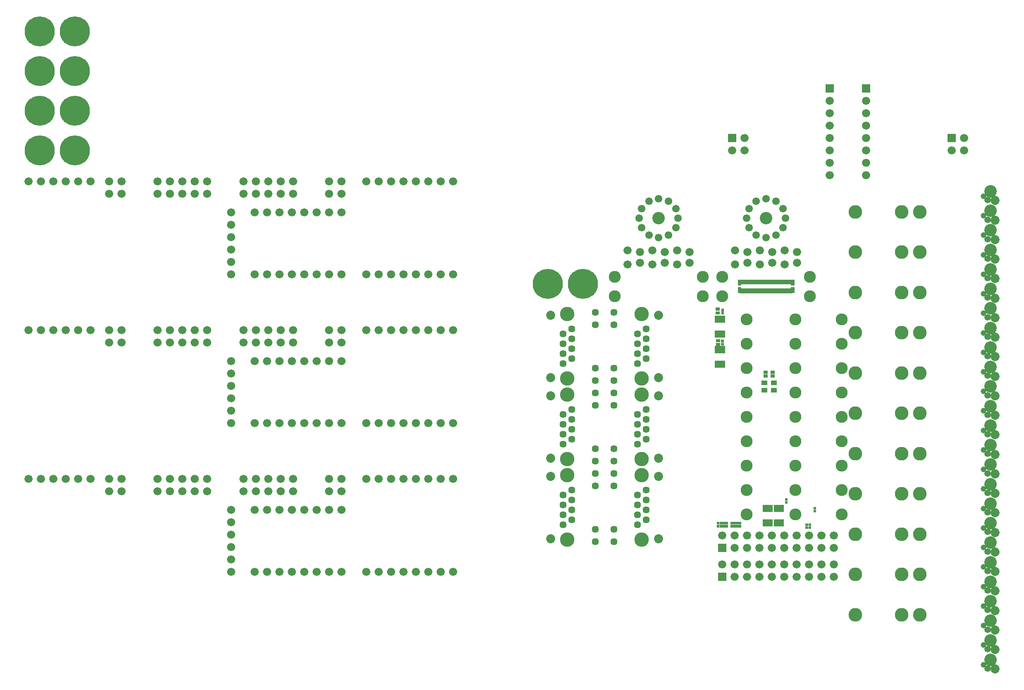
<source format=gbr>
G04 start of page 11 for group -4063 idx -4063 *
G04 Title: (unknown), componentmask *
G04 Creator: pcb 4.2.0 *
G04 CreationDate: Thu Sep 17 08:18:29 2020 UTC *
G04 For: commonadmin *
G04 Format: Gerber/RS-274X *
G04 PCB-Dimensions (mil): 24000.00 18000.00 *
G04 PCB-Coordinate-Origin: lower left *
%MOIN*%
%FSLAX25Y25*%
%LNTOPMASK*%
%ADD235C,0.0611*%
%ADD234C,0.0960*%
%ADD233C,0.2422*%
%ADD232C,0.0572*%
%ADD231C,0.1162*%
%ADD230C,0.0966*%
%ADD229C,0.0660*%
%ADD228C,0.0001*%
%ADD227C,0.1103*%
%ADD226C,0.0532*%
%ADD225C,0.0729*%
%ADD224C,0.0454*%
%ADD223C,0.1005*%
G54D223*X791339Y229134D03*
G54D224*X785433Y225197D03*
G54D225*X794882Y221654D03*
G54D226*X788976Y222047D03*
G54D223*X791339Y370866D03*
G54D225*X794882Y363386D03*
G54D226*X788976Y363780D03*
G54D224*X785433Y366929D03*
G54D223*X791339Y355118D03*
G54D225*X794882Y347638D03*
G54D226*X788976Y348031D03*
G54D223*X791339Y339370D03*
G54D225*X794882Y331890D03*
G54D226*X788976Y332283D03*
G54D224*X785433Y335433D03*
Y351181D03*
G54D223*X791339Y323622D03*
G54D224*X785433Y319685D03*
G54D225*X794882Y316142D03*
G54D226*X788976Y316535D03*
G54D223*X791339Y307874D03*
G54D225*X794882Y300394D03*
G54D226*X788976Y300787D03*
G54D224*X785433Y303937D03*
G54D223*X791339Y292126D03*
G54D227*X734252Y330453D03*
X719488D03*
X734252Y297953D03*
X719488D03*
Y265453D03*
G54D225*X794882Y284646D03*
G54D226*X788976Y285039D03*
G54D223*X791339Y276378D03*
G54D224*X785433Y272441D03*
Y288189D03*
G54D225*X794882Y268898D03*
G54D226*X788976Y269291D03*
G54D223*X791339Y260630D03*
G54D225*X794882Y253150D03*
G54D226*X788976Y253543D03*
G54D224*X785433Y256693D03*
G54D223*X791339Y244882D03*
G54D225*X794882Y237402D03*
G54D226*X788976Y237795D03*
G54D224*X785433Y240945D03*
G54D223*X791339Y607087D03*
G54D225*X794882Y599606D03*
G54D226*X788976Y600000D03*
G54D224*X785433Y603150D03*
G54D223*X791339Y591339D03*
G54D225*X794882Y583858D03*
G54D226*X788976Y584252D03*
G54D224*X785433Y587402D03*
G54D223*X791339Y465354D03*
G54D225*X794882Y457874D03*
G54D226*X788976Y458268D03*
G54D224*X785433Y461417D03*
G54D223*X791339Y449606D03*
G54D225*X794882Y442126D03*
G54D226*X788976Y442520D03*
G54D224*X785433Y445669D03*
G54D223*X791339Y481102D03*
G54D225*X794882Y473622D03*
G54D226*X788976Y474016D03*
G54D224*X785433Y477165D03*
G54D223*X791339Y496850D03*
G54D225*X794882Y489370D03*
G54D226*X788976Y489764D03*
G54D224*X785433Y492913D03*
G54D223*X791339Y512598D03*
Y528346D03*
G54D225*X794882Y520866D03*
G54D226*X788976Y521260D03*
G54D224*X785433Y524409D03*
G54D225*X794882Y505118D03*
G54D226*X788976Y505512D03*
G54D224*X785433Y508661D03*
G54D223*X791339Y575591D03*
G54D225*X794882Y568110D03*
G54D223*X791339Y559843D03*
G54D224*X785433Y555906D03*
G54D226*X788976Y568504D03*
G54D224*X785433Y571654D03*
G54D225*X794882Y552362D03*
G54D226*X788976Y552756D03*
G54D223*X791339Y544094D03*
G54D225*X794882Y536614D03*
G54D226*X788976Y537008D03*
G54D224*X785433Y540157D03*
G54D223*X791339Y433858D03*
G54D225*X794882Y426378D03*
G54D226*X788976Y426772D03*
G54D224*X785433Y429921D03*
Y414173D03*
G54D223*X791339Y418110D03*
G54D225*X794882Y410630D03*
G54D226*X788976Y411024D03*
G54D223*X791339Y402362D03*
G54D225*X794882Y394882D03*
G54D226*X788976Y395276D03*
G54D223*X791339Y386614D03*
G54D225*X794882Y379134D03*
G54D226*X788976Y379528D03*
G54D224*X785433Y382677D03*
Y398425D03*
G54D227*X734252Y395453D03*
Y427953D03*
Y460453D03*
Y492953D03*
Y525453D03*
Y557953D03*
Y590453D03*
Y265453D03*
Y362953D03*
X719488D03*
Y395453D03*
Y427953D03*
Y460453D03*
Y492953D03*
Y525453D03*
Y557953D03*
Y590453D03*
G54D228*G36*
X756700Y653300D02*Y646700D01*
X763300D01*
Y653300D01*
X756700D01*
G37*
G54D229*X770000Y650000D03*
X760000Y640000D03*
X770000D03*
G54D230*X633858Y484055D03*
Y464370D03*
Y444685D03*
Y425000D03*
Y405315D03*
Y385630D03*
Y365945D03*
G54D227*X682087Y363031D03*
G54D230*X671260Y365945D03*
Y346260D03*
G54D227*X682087Y395531D03*
Y428031D03*
Y460531D03*
G54D230*X671260Y503740D03*
Y484055D03*
Y464370D03*
Y444685D03*
Y425000D03*
Y405315D03*
Y385630D03*
X633858Y346260D03*
X594488Y444685D03*
Y425000D03*
Y405315D03*
Y385630D03*
Y365945D03*
Y346260D03*
G54D227*X682087Y330531D03*
Y298031D03*
Y265531D03*
G54D229*X615000Y296000D03*
X625000D03*
X635000D03*
X645000D03*
X655000D03*
X665000D03*
X635000Y306000D03*
X645000D03*
X655000D03*
X665000D03*
X615000Y319500D03*
Y329500D03*
X625000D03*
X635000D03*
X645000D03*
X655000D03*
X665000D03*
X625000Y319500D03*
X635000D03*
X645000D03*
X655000D03*
X665000D03*
G54D228*G36*
X687700Y693300D02*Y686700D01*
X694300D01*
Y693300D01*
X687700D01*
G37*
G54D229*X691000Y680000D03*
Y670000D03*
Y660000D03*
Y650000D03*
Y640000D03*
Y630000D03*
Y620000D03*
G54D228*G36*
X658200Y693300D02*Y686700D01*
X664800D01*
Y693300D01*
X658200D01*
G37*
G54D229*X661500Y680000D03*
Y670000D03*
Y660000D03*
Y650000D03*
Y640000D03*
Y630000D03*
Y620000D03*
G54D228*G36*
X579700Y653300D02*Y646700D01*
X586300D01*
Y653300D01*
X579700D01*
G37*
G54D229*X583000Y640000D03*
X593000D03*
Y650000D03*
G54D230*X594488Y503740D03*
Y484055D03*
Y464370D03*
G54D228*G36*
X571700Y299300D02*Y292700D01*
X578300D01*
Y299300D01*
X571700D01*
G37*
G54D229*X585000Y296000D03*
X595000D03*
X605000D03*
Y319500D03*
Y329500D03*
Y306000D03*
X615000D03*
X625000D03*
X575000D03*
X585000D03*
X595000D03*
G54D228*G36*
X571700Y322800D02*Y316200D01*
X578300D01*
Y322800D01*
X571700D01*
G37*
G54D229*X585000Y319500D03*
X595000D03*
X575000Y329500D03*
X585000D03*
X595000D03*
G54D225*X523504Y456787D03*
Y507181D03*
Y442181D03*
G54D231*X510000Y507969D03*
G54D232*X487520Y509543D03*
Y499504D03*
G54D231*X510000Y456000D03*
Y442969D03*
G54D232*X513543Y479976D03*
Y488008D03*
Y496039D03*
X506457Y483992D03*
Y492024D03*
Y475961D03*
X513543Y471945D03*
X487520Y464465D03*
Y454425D03*
X506457Y467929D03*
X487520Y444543D03*
X472480Y454425D03*
Y464465D03*
Y434504D03*
Y444543D03*
Y499504D03*
Y509543D03*
G54D225*X436496Y507181D03*
G54D231*X450000Y507969D03*
G54D232*X446457Y483992D03*
X453543Y479976D03*
Y488008D03*
X446457Y492024D03*
X453543Y496039D03*
G54D233*X434252Y532283D03*
X462598D03*
G54D232*X446457Y475961D03*
X453543Y471945D03*
G54D225*X436496Y456787D03*
G54D231*X450000Y456000D03*
G54D232*X446457Y467929D03*
G54D225*X436496Y442181D03*
G54D231*X450000Y442969D03*
G54D234*X488189Y522441D03*
Y538189D03*
G54D229*X498610Y547930D03*
Y559430D03*
X508610Y557930D03*
Y549430D03*
X518610Y547930D03*
G54D232*X506457Y362024D03*
X487520Y379543D03*
Y369504D03*
Y399465D03*
Y389425D03*
X513543Y414976D03*
Y406945D03*
Y423008D03*
Y431039D03*
X487520Y434504D03*
X506457Y418992D03*
Y427024D03*
Y410961D03*
Y402929D03*
G54D225*X523504Y377181D03*
G54D231*X510000Y377969D03*
G54D232*X513543Y349976D03*
Y358008D03*
Y366039D03*
Y341945D03*
X506457Y353992D03*
Y345961D03*
Y337929D03*
G54D225*X523504Y391787D03*
G54D231*X510000Y391000D03*
G54D232*X487520Y334465D03*
Y324425D03*
G54D225*X523504Y326787D03*
G54D231*X510000Y326000D03*
G54D232*X453543Y341945D03*
G54D225*X436496Y326787D03*
G54D231*X450000Y326000D03*
G54D232*X472480Y324425D03*
Y334465D03*
Y369504D03*
Y379543D03*
Y389425D03*
Y399465D03*
X446457Y345961D03*
Y418992D03*
Y427024D03*
Y410961D03*
Y402929D03*
Y337929D03*
X453543Y349976D03*
Y414976D03*
Y406945D03*
Y423008D03*
Y431039D03*
G54D225*X436496Y377181D03*
G54D231*X450000Y377969D03*
G54D232*X446457Y353992D03*
Y362024D03*
X453543Y358008D03*
Y366039D03*
G54D225*X436496Y391787D03*
G54D231*X450000Y391000D03*
G54D223*X523622Y585433D03*
G54D235*Y601181D03*
X507874Y585433D03*
X515748Y599016D03*
X509843Y593110D03*
X523622Y569685D03*
X539370Y585433D03*
X531496Y571850D03*
X537402Y577756D03*
X531496Y599016D03*
X515748Y571850D03*
G54D229*X518610Y559430D03*
G54D235*X509843Y577756D03*
X537402Y593110D03*
G54D234*X559055Y538189D03*
Y522441D03*
G54D229*X538610Y547930D03*
X548610Y549430D03*
Y557930D03*
X528610Y549430D03*
Y557930D03*
X538610Y559430D03*
G54D234*X574803Y522441D03*
Y538189D03*
G54D229*X585232Y547933D03*
Y559433D03*
G54D234*X645669Y538189D03*
Y522441D03*
G54D229*X635232Y549433D03*
Y557933D03*
G54D230*X633858Y503740D03*
G54D223*X610236Y585433D03*
G54D235*Y601181D03*
X594488Y585433D03*
X602362Y599016D03*
X596457Y593110D03*
X610236Y569685D03*
X625984Y585433D03*
X618110Y571850D03*
X624016Y577756D03*
G54D229*X625232Y559433D03*
G54D235*X618110Y599016D03*
X624016Y593110D03*
X602362Y571850D03*
X596457Y577756D03*
G54D229*X595232Y557933D03*
X605232Y559433D03*
X615232Y557933D03*
X595232Y549433D03*
X605232Y547933D03*
X615232Y549433D03*
X625232Y547933D03*
G54D227*X682087Y493031D03*
Y525531D03*
Y558031D03*
Y590531D03*
G54D233*X24654Y736000D03*
X53000D03*
X24654Y704000D03*
Y672000D03*
Y640000D03*
G54D229*X15500Y615000D03*
X25500D03*
X35500D03*
G54D233*X53000Y704000D03*
Y672000D03*
Y640000D03*
G54D229*X45500Y615000D03*
X55500D03*
X65500D03*
X80500D03*
Y605000D03*
X90500D03*
Y615000D03*
X119500Y605000D03*
Y615000D03*
X129500Y605000D03*
Y615000D03*
X139500Y605000D03*
Y615000D03*
X149500D03*
X159500D03*
X149500Y605000D03*
X159500D03*
X189000D03*
X199000D03*
X209000D03*
X219000D03*
X189000Y615000D03*
X199000D03*
X209000D03*
X219000D03*
X228000Y590000D03*
X218000D03*
X208000D03*
X198000D03*
X179000D03*
X229000Y605000D03*
X258000D03*
X268000D03*
X229000Y615000D03*
X258000D03*
X268000D03*
Y590000D03*
X258000D03*
X248000D03*
X238000D03*
X268000Y540000D03*
X258000D03*
X248000D03*
X238000D03*
X179000Y580000D03*
Y570000D03*
Y560000D03*
Y550000D03*
Y540000D03*
X228000D03*
X218000D03*
X208000D03*
X198000D03*
X288000Y300000D03*
X298000D03*
X308000D03*
X318000D03*
X328000D03*
X338000D03*
X348000D03*
X358000D03*
X198000D03*
X208000D03*
X218000D03*
X228000D03*
X238000D03*
X248000D03*
X258000D03*
X268000D03*
X288000Y375000D03*
X268000D03*
Y365000D03*
X298000Y375000D03*
X308000D03*
X318000D03*
X328000D03*
X338000D03*
X348000D03*
X358000D03*
X258000Y365000D03*
Y375000D03*
X229000D03*
Y365000D03*
X358000Y540000D03*
Y615000D03*
X348000Y540000D03*
Y615000D03*
X338000D03*
X328000D03*
X318000D03*
X308000D03*
X298000D03*
X288000D03*
Y420000D03*
X298000D03*
X308000D03*
X318000D03*
X328000D03*
X338000D03*
X348000D03*
X358000D03*
X338000Y540000D03*
X328000D03*
X318000D03*
X308000D03*
X298000D03*
X288000D03*
X318000Y495000D03*
X328000D03*
X338000D03*
X348000D03*
X358000D03*
X288000D03*
X298000D03*
X308000D03*
X229000D03*
X219000D03*
X209000D03*
X268000D03*
Y485000D03*
X258000D03*
Y495000D03*
X229000Y485000D03*
X219000D03*
X209000D03*
X199000Y495000D03*
Y485000D03*
X189000D03*
Y495000D03*
X159500D03*
X149500D03*
X139500D03*
X129500D03*
X119500D03*
X159500Y485000D03*
X149500D03*
X139500D03*
X129500D03*
X119500D03*
X90500Y495000D03*
X80500D03*
X65500D03*
X90500Y485000D03*
X80500D03*
X55500Y495000D03*
X45500D03*
X35500D03*
X25500D03*
X15500D03*
X179000Y300000D03*
Y310000D03*
Y320000D03*
Y330000D03*
Y340000D03*
Y350000D03*
X198000D03*
X208000D03*
X218000D03*
X228000D03*
X238000D03*
X248000D03*
X258000D03*
X268000D03*
X219000Y375000D03*
X209000D03*
X199000D03*
X189000D03*
X219000Y365000D03*
X209000D03*
X199000D03*
X189000D03*
X159500D03*
X149500D03*
X159500Y375000D03*
X149500D03*
X139500D03*
Y365000D03*
X129500Y375000D03*
X119500D03*
X129500Y365000D03*
X119500D03*
X90500D03*
X80500D03*
X90500Y375000D03*
X80500D03*
X65500D03*
X55500D03*
X45500D03*
X35500D03*
X25500D03*
X15500D03*
X198000Y420000D03*
X179000D03*
Y430000D03*
X208000Y420000D03*
X179000Y440000D03*
Y450000D03*
Y460000D03*
Y470000D03*
X198000D03*
X218000Y420000D03*
X228000D03*
X238000D03*
X248000D03*
X258000D03*
X268000D03*
X208000Y470000D03*
X218000D03*
X228000D03*
X238000D03*
X248000D03*
X258000D03*
X268000D03*
G54D228*G36*
X590232Y529681D02*X587406D01*
Y524925D01*
X590232D01*
Y529681D01*
G37*
G36*
Y535705D02*X587406D01*
Y530949D01*
X590232D01*
Y535705D01*
G37*
G36*
X574078Y512409D02*Y510235D01*
X576252D01*
Y512409D01*
X574078D01*
G37*
G36*
Y510047D02*Y507873D01*
X576252D01*
Y510047D01*
X574078D01*
G37*
G36*
X569488Y513393D02*Y510825D01*
X572842D01*
Y513393D01*
X569488D01*
G37*
G36*
X615016Y528677D02*X612386D01*
Y524866D01*
X615016D01*
Y528677D01*
G37*
G36*
X613638D02*X611008D01*
Y524866D01*
X613638D01*
Y528677D01*
G37*
G36*
X612260D02*X609630D01*
Y524866D01*
X612260D01*
Y528677D01*
G37*
G36*
X610882D02*X608252D01*
Y524866D01*
X610882D01*
Y528677D01*
G37*
G36*
X609504D02*X606874D01*
Y524866D01*
X609504D01*
Y528677D01*
G37*
G36*
X608126D02*X605496D01*
Y524866D01*
X608126D01*
Y528677D01*
G37*
G36*
X606748D02*X604118D01*
Y524866D01*
X606748D01*
Y528677D01*
G37*
G36*
X605370D02*X602740D01*
Y524866D01*
X605370D01*
Y528677D01*
G37*
G36*
X603992D02*X601362D01*
Y524866D01*
X603992D01*
Y528677D01*
G37*
G36*
X602614D02*X599984D01*
Y524866D01*
X602614D01*
Y528677D01*
G37*
G36*
X601236D02*X598606D01*
Y524866D01*
X601236D01*
Y528677D01*
G37*
G36*
X599858D02*X597228D01*
Y524866D01*
X599858D01*
Y528677D01*
G37*
G36*
X598480D02*X595850D01*
Y524866D01*
X598480D01*
Y528677D01*
G37*
G36*
X597102D02*X594472D01*
Y524866D01*
X597102D01*
Y528677D01*
G37*
G36*
X595724D02*X593094D01*
Y524866D01*
X595724D01*
Y528677D01*
G37*
G36*
X594346D02*X591717D01*
Y524866D01*
X594346D01*
Y528677D01*
G37*
G36*
X592969D02*X590339D01*
Y524866D01*
X592969D01*
Y528677D01*
G37*
G36*
X591591D02*X588961D01*
Y524866D01*
X591591D01*
Y528677D01*
G37*
G36*
X612260Y535764D02*X609630D01*
Y531953D01*
X612260D01*
Y535764D01*
G37*
G36*
X610882D02*X608252D01*
Y531953D01*
X610882D01*
Y535764D01*
G37*
G36*
X609504D02*X606874D01*
Y531953D01*
X609504D01*
Y535764D01*
G37*
G36*
X608126D02*X605496D01*
Y531953D01*
X608126D01*
Y535764D01*
G37*
G36*
X606748D02*X604118D01*
Y531953D01*
X606748D01*
Y535764D01*
G37*
G36*
X605370D02*X602740D01*
Y531953D01*
X605370D01*
Y535764D01*
G37*
G36*
X603992D02*X601362D01*
Y531953D01*
X603992D01*
Y535764D01*
G37*
G36*
X602614D02*X599984D01*
Y531953D01*
X602614D01*
Y535764D01*
G37*
G36*
X601236D02*X598606D01*
Y531953D01*
X601236D01*
Y535764D01*
G37*
G36*
X599858D02*X597228D01*
Y531953D01*
X599858D01*
Y535764D01*
G37*
G36*
X598480D02*X595850D01*
Y531953D01*
X598480D01*
Y535764D01*
G37*
G36*
X597102D02*X594472D01*
Y531953D01*
X597102D01*
Y535764D01*
G37*
G36*
X595724D02*X593094D01*
Y531953D01*
X595724D01*
Y535764D01*
G37*
G36*
X594346D02*X591717D01*
Y531953D01*
X594346D01*
Y535764D01*
G37*
G36*
X592969D02*X590339D01*
Y531953D01*
X592969D01*
Y535764D01*
G37*
G36*
X591591D02*X588961D01*
Y531953D01*
X591591D01*
Y535764D01*
G37*
G36*
X577313Y338087D02*Y335913D01*
X579487D01*
Y338087D01*
X577313D01*
G37*
G36*
Y340449D02*Y338275D01*
X579487D01*
Y340449D01*
X577313D01*
G37*
G36*
X575013Y338087D02*Y335913D01*
X577187D01*
Y338087D01*
X575013D01*
G37*
G36*
Y340449D02*Y338275D01*
X577187D01*
Y340449D01*
X575013D01*
G37*
G36*
X572713Y338087D02*Y335913D01*
X574887D01*
Y338087D01*
X572713D01*
G37*
G36*
Y340449D02*Y338275D01*
X574887D01*
Y340449D01*
X572713D01*
G37*
G36*
X570413Y338087D02*Y335913D01*
X572587D01*
Y338087D01*
X570413D01*
G37*
G36*
Y340449D02*Y338275D01*
X572587D01*
Y340449D01*
X570413D01*
G37*
G36*
X583613Y338087D02*Y335913D01*
X585787D01*
Y338087D01*
X583613D01*
G37*
G36*
X588013D02*Y335913D01*
X590187D01*
Y338087D01*
X588013D01*
G37*
G36*
X585813D02*Y335913D01*
X587987D01*
Y338087D01*
X585813D01*
G37*
G36*
X583613Y340449D02*Y338275D01*
X585787D01*
Y340449D01*
X583613D01*
G37*
G36*
X581413D02*Y338275D01*
X583587D01*
Y340449D01*
X581413D01*
G37*
G36*
X588013D02*Y338275D01*
X590187D01*
Y340449D01*
X588013D01*
G37*
G36*
X585813D02*Y338275D01*
X587987D01*
Y340449D01*
X585813D01*
G37*
G36*
X581413Y338087D02*Y335913D01*
X583587D01*
Y338087D01*
X581413D01*
G37*
G36*
X608323Y462432D02*Y459864D01*
X611677D01*
Y462432D01*
X608323D01*
G37*
G36*
Y459284D02*Y456716D01*
X611677D01*
Y459284D01*
X608323D01*
G37*
G36*
X606700Y454300D02*Y450700D01*
X611300D01*
Y454300D01*
X606700D01*
G37*
G36*
Y448300D02*Y444700D01*
X611300D01*
Y448300D01*
X606700D01*
G37*
G36*
X569488Y510245D02*Y507677D01*
X572842D01*
Y510245D01*
X569488D01*
G37*
G36*
X568960Y506669D02*Y500951D01*
X577040D01*
Y506669D01*
X568960D01*
G37*
G36*
Y494859D02*Y489141D01*
X577040D01*
Y494859D01*
X568960D01*
G37*
G36*
X569823Y487858D02*Y485290D01*
X573177D01*
Y487858D01*
X569823D01*
G37*
G36*
Y484710D02*Y482142D01*
X573177D01*
Y484710D01*
X569823D01*
G37*
G36*
X573913Y487268D02*Y485094D01*
X576087D01*
Y487268D01*
X573913D01*
G37*
G36*
Y484906D02*Y482732D01*
X576087D01*
Y484906D01*
X573913D01*
G37*
G36*
X568960Y470454D02*Y464736D01*
X577040D01*
Y470454D01*
X568960D01*
G37*
G36*
Y482264D02*Y476546D01*
X577040D01*
Y482264D01*
X568960D01*
G37*
G36*
X633106Y529681D02*X630280D01*
Y524925D01*
X633106D01*
Y529681D01*
G37*
G36*
Y535705D02*X630280D01*
Y530949D01*
X633106D01*
Y535705D01*
G37*
G36*
X631551Y528677D02*X628921D01*
Y524866D01*
X631551D01*
Y528677D01*
G37*
G36*
X630173D02*X627543D01*
Y524866D01*
X630173D01*
Y528677D01*
G37*
G36*
X628795D02*X626165D01*
Y524866D01*
X628795D01*
Y528677D01*
G37*
G36*
X627417D02*X624787D01*
Y524866D01*
X627417D01*
Y528677D01*
G37*
G36*
X626039D02*X623409D01*
Y524866D01*
X626039D01*
Y528677D01*
G37*
G36*
X631551Y535764D02*X628921D01*
Y531953D01*
X631551D01*
Y535764D01*
G37*
G36*
X624661Y528677D02*X622031D01*
Y524866D01*
X624661D01*
Y528677D01*
G37*
G36*
X623283D02*X620654D01*
Y524866D01*
X623283D01*
Y528677D01*
G37*
G36*
X621906D02*X619276D01*
Y524866D01*
X621906D01*
Y528677D01*
G37*
G36*
X620528D02*X617898D01*
Y524866D01*
X620528D01*
Y528677D01*
G37*
G36*
X619150D02*X616520D01*
Y524866D01*
X619150D01*
Y528677D01*
G37*
G36*
X617772D02*X615142D01*
Y524866D01*
X617772D01*
Y528677D01*
G37*
G36*
X616394D02*X613764D01*
Y524866D01*
X616394D01*
Y528677D01*
G37*
G36*
X630173Y535764D02*X627543D01*
Y531953D01*
X630173D01*
Y535764D01*
G37*
G36*
X628795D02*X626165D01*
Y531953D01*
X628795D01*
Y535764D01*
G37*
G36*
X627417D02*X624787D01*
Y531953D01*
X627417D01*
Y535764D01*
G37*
G36*
X626039D02*X623409D01*
Y531953D01*
X626039D01*
Y535764D01*
G37*
G36*
X624661D02*X622031D01*
Y531953D01*
X624661D01*
Y535764D01*
G37*
G36*
X623283D02*X620654D01*
Y531953D01*
X623283D01*
Y535764D01*
G37*
G36*
X621906D02*X619276D01*
Y531953D01*
X621906D01*
Y535764D01*
G37*
G36*
X620528D02*X617898D01*
Y531953D01*
X620528D01*
Y535764D01*
G37*
G36*
X619150D02*X616520D01*
Y531953D01*
X619150D01*
Y535764D01*
G37*
G36*
X617772D02*X615142D01*
Y531953D01*
X617772D01*
Y535764D01*
G37*
G36*
X616394D02*X613764D01*
Y531953D01*
X616394D01*
Y535764D01*
G37*
G36*
X615016D02*X612386D01*
Y531953D01*
X615016D01*
Y535764D01*
G37*
G36*
X613638D02*X611008D01*
Y531953D01*
X613638D01*
Y535764D01*
G37*
G36*
X613823Y459284D02*Y456716D01*
X617177D01*
Y459284D01*
X613823D01*
G37*
G36*
Y462432D02*Y459864D01*
X617177D01*
Y462432D01*
X613823D01*
G37*
G36*
X614200Y448300D02*Y444700D01*
X618800D01*
Y448300D01*
X614200D01*
G37*
G36*
Y454300D02*Y450700D01*
X618800D01*
Y454300D01*
X614200D01*
G37*
G36*
X616460Y354169D02*Y348451D01*
X624540D01*
Y354169D01*
X616460D01*
G37*
G36*
X607460D02*Y348451D01*
X615540D01*
Y354169D01*
X607460D01*
G37*
G36*
X648413Y352587D02*Y350413D01*
X650587D01*
Y352587D01*
X648413D01*
G37*
G36*
X625413Y359587D02*Y357413D01*
X627587D01*
Y359587D01*
X625413D01*
G37*
G36*
Y357225D02*Y355051D01*
X627587D01*
Y357225D01*
X625413D01*
G37*
G36*
X648413Y350225D02*Y348051D01*
X650587D01*
Y350225D01*
X648413D01*
G37*
G36*
X641913Y336863D02*Y334689D01*
X644087D01*
Y336863D01*
X641913D01*
G37*
G36*
Y339225D02*Y337051D01*
X644087D01*
Y339225D01*
X641913D01*
G37*
G36*
X644413Y336863D02*Y334689D01*
X646587D01*
Y336863D01*
X644413D01*
G37*
G36*
Y339225D02*Y337051D01*
X646587D01*
Y339225D01*
X644413D01*
G37*
G36*
X616460Y342359D02*Y336641D01*
X624540D01*
Y342359D01*
X616460D01*
G37*
G36*
X607460D02*Y336641D01*
X615540D01*
Y342359D01*
X607460D01*
G37*
M02*

</source>
